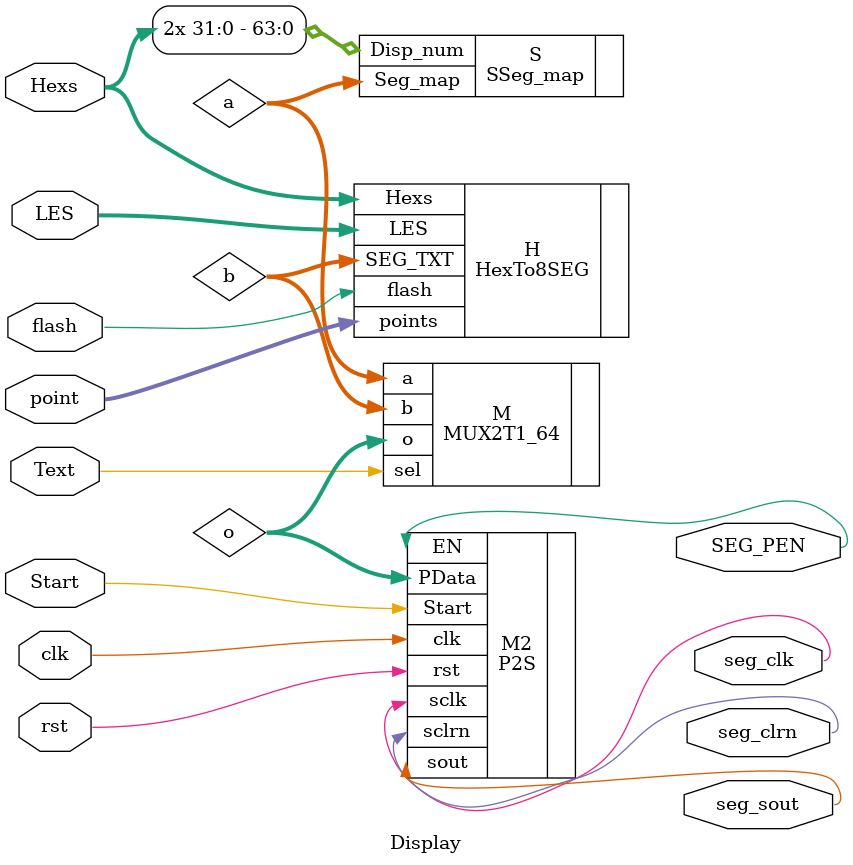
<source format=v>
module  Display(
				input clk,
				input rst,
				input Start,
				input Text,
				input flash,
				input [31:0] Hexs,
				input [7:0] point,
				input [7:0] LES,
				
				output seg_clk,
				output seg_clrn,
				output seg_sout,
				output SEG_PEN
               );
	wire [63:0] a, b, o;
	SSeg_map S(
				.Disp_num({Hexs, Hexs}),
				.Seg_map(a)
			  );
	HexTo8SEG H(
				.flash(flash),
				.Hexs(Hexs),
				.points(point),
				.LES(LES),
				
				.SEG_TXT(b)
				);
	MUX2T1_64 M(
				 .sel(Text),
				 .a(a),
				 .b(b),
				 
				 .o(o)
				);
/*
	My_P2S M2(
				.clk(clk),
				.rst(rst),
				.Start(Start),
				.PData(o),
				
				.s_clk(seg_clk),
				.s_clrn(seg_clrn),
				.sout(seg_sout),
				.EN(SEG_PEN)
			 );
*/

   P2S M2(
				.clk(clk),
				.rst(rst),
				.Start(Start),
				.PData(o),
				
				.sclk(seg_clk),
				.sclrn(seg_clrn),
				.sout(seg_sout),
				.EN(SEG_PEN)
			 );
			 
endmodule

</source>
